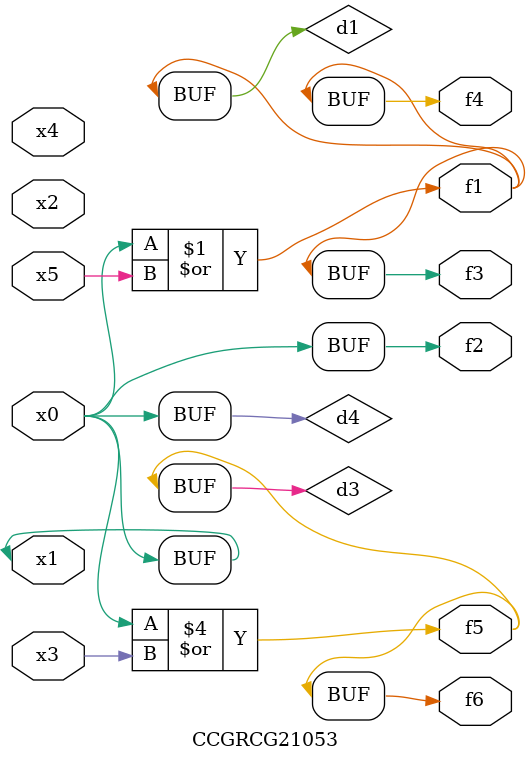
<source format=v>
module CCGRCG21053(
	input x0, x1, x2, x3, x4, x5,
	output f1, f2, f3, f4, f5, f6
);

	wire d1, d2, d3, d4;

	or (d1, x0, x5);
	xnor (d2, x1, x4);
	or (d3, x0, x3);
	buf (d4, x0, x1);
	assign f1 = d1;
	assign f2 = d4;
	assign f3 = d1;
	assign f4 = d1;
	assign f5 = d3;
	assign f6 = d3;
endmodule

</source>
